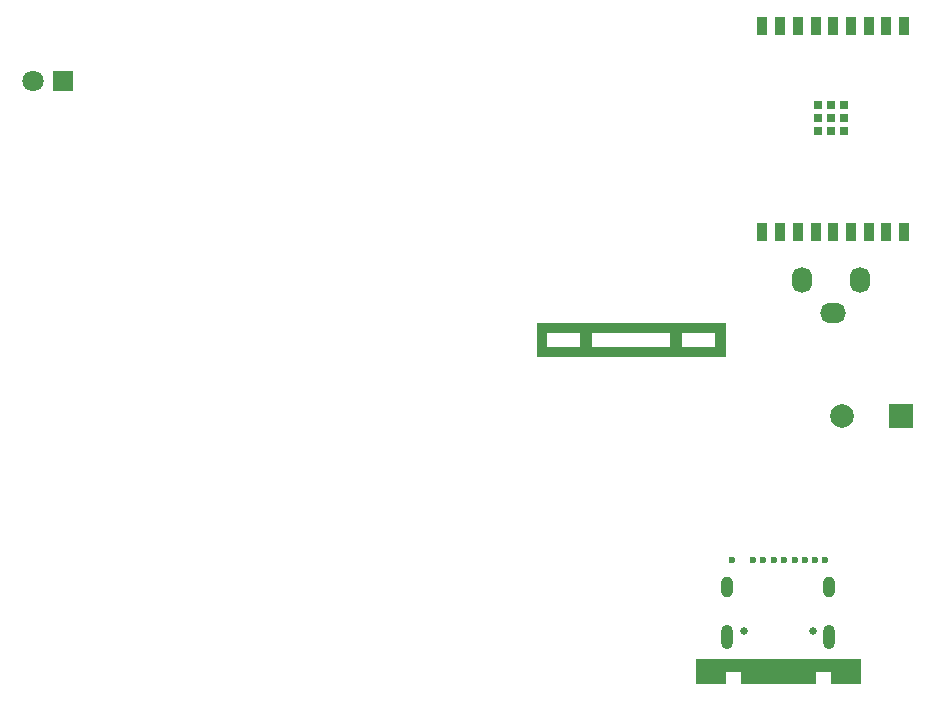
<source format=gbr>
%TF.GenerationSoftware,KiCad,Pcbnew,7.0.1*%
%TF.CreationDate,2023-07-22T19:51:59+09:00*%
%TF.ProjectId,gaming-clock,67616d69-6e67-42d6-936c-6f636b2e6b69,rev?*%
%TF.SameCoordinates,Original*%
%TF.FileFunction,Soldermask,Bot*%
%TF.FilePolarity,Negative*%
%FSLAX46Y46*%
G04 Gerber Fmt 4.6, Leading zero omitted, Abs format (unit mm)*
G04 Created by KiCad (PCBNEW 7.0.1) date 2023-07-22 19:51:59*
%MOMM*%
%LPD*%
G01*
G04 APERTURE LIST*
%ADD10C,0.600000*%
%ADD11C,0.100000*%
%ADD12O,1.000000X1.800000*%
%ADD13O,1.000000X2.100000*%
%ADD14C,0.650000*%
%ADD15R,1.800000X1.800000*%
%ADD16C,1.800000*%
%ADD17R,2.000000X2.000000*%
%ADD18C,2.000000*%
%ADD19O,2.200000X1.700000*%
%ADD20O,1.700000X2.200000*%
%ADD21R,0.900000X1.500000*%
%ADD22R,0.700000X0.700000*%
G04 APERTURE END LIST*
D10*
%TO.C,REF\u002A\u002A*%
X166878000Y-116967000D03*
D11*
X167767000Y-116967000D03*
D10*
X168656000Y-116967000D03*
X169545000Y-116967000D03*
X170434000Y-116967000D03*
X171323000Y-116967000D03*
X172212000Y-116967000D03*
X173101000Y-116967000D03*
X173944000Y-116967000D03*
X174752000Y-116967000D03*
%TD*%
D12*
%TO.C,J1*%
X166495000Y-119321000D03*
D13*
X166495000Y-123521000D03*
X175135000Y-123521000D03*
D12*
X175135000Y-119321000D03*
D14*
X167925000Y-123001000D03*
X173705000Y-123001000D03*
%TD*%
D15*
%TO.C,Q1*%
X110236000Y-76454000D03*
D16*
X107696000Y-76454000D03*
%TD*%
D17*
%TO.C,LS101*%
X181229000Y-104775000D03*
D18*
X176229000Y-104775000D03*
%TD*%
D19*
%TO.C,J2*%
X175439500Y-96076000D03*
D20*
X172839500Y-93276000D03*
X177739500Y-93276000D03*
%TD*%
D21*
%TO.C,U1*%
X181462000Y-89268000D03*
X179962000Y-89268000D03*
X178462000Y-89268000D03*
X176962000Y-89268000D03*
X175462000Y-89268000D03*
X173962000Y-89268000D03*
X172462000Y-89268000D03*
X170962000Y-89268000D03*
X169462000Y-89268000D03*
X169462000Y-71768000D03*
X170962000Y-71768000D03*
X172462000Y-71768000D03*
X173962000Y-71768000D03*
X175462000Y-71768000D03*
X176962000Y-71768000D03*
X178462000Y-71768000D03*
X179962000Y-71768000D03*
X181462000Y-71768000D03*
D22*
X174162000Y-80658000D03*
X175262000Y-80658000D03*
X176362000Y-80658000D03*
X174162000Y-79608000D03*
X175262000Y-79608000D03*
X176362000Y-79608000D03*
X174162000Y-78458000D03*
X175262000Y-78458000D03*
X176362000Y-78458000D03*
%TD*%
G36*
X177738000Y-125365613D02*
G01*
X177783387Y-125411000D01*
X177800000Y-125473000D01*
X177800000Y-127384000D01*
X177783387Y-127446000D01*
X177738000Y-127491387D01*
X177676000Y-127508000D01*
X175384000Y-127508000D01*
X175322000Y-127491387D01*
X175276613Y-127446000D01*
X175260000Y-127384000D01*
X175260000Y-126492000D01*
X173990000Y-126492000D01*
X173990000Y-127384000D01*
X173973387Y-127446000D01*
X173928000Y-127491387D01*
X173866000Y-127508000D01*
X167764000Y-127508000D01*
X167702000Y-127491387D01*
X167656613Y-127446000D01*
X167640000Y-127384000D01*
X167640000Y-126492000D01*
X166370000Y-126492000D01*
X166370000Y-127384000D01*
X166353387Y-127446000D01*
X166308000Y-127491387D01*
X166246000Y-127508000D01*
X163954000Y-127508000D01*
X163892000Y-127491387D01*
X163846613Y-127446000D01*
X163830000Y-127384000D01*
X163830000Y-125473000D01*
X163846613Y-125411000D01*
X163892000Y-125365613D01*
X163954000Y-125349000D01*
X177676000Y-125349000D01*
X177738000Y-125365613D01*
G37*
G36*
X166308000Y-96917613D02*
G01*
X166353387Y-96963000D01*
X166370000Y-97025000D01*
X166370000Y-99698000D01*
X166353387Y-99760000D01*
X166308000Y-99805387D01*
X166246000Y-99822000D01*
X150492000Y-99822000D01*
X150430000Y-99805387D01*
X150384613Y-99760000D01*
X150368000Y-99698000D01*
X150368000Y-97790000D01*
X151257000Y-97790000D01*
X151257000Y-98933000D01*
X154051000Y-98933000D01*
X154051000Y-97790000D01*
X155067000Y-97790000D01*
X155067000Y-98933000D01*
X161671000Y-98933000D01*
X161671000Y-97790000D01*
X162687000Y-97790000D01*
X162687000Y-98933000D01*
X165481000Y-98933000D01*
X165481000Y-97790000D01*
X162687000Y-97790000D01*
X161671000Y-97790000D01*
X155067000Y-97790000D01*
X154051000Y-97790000D01*
X151257000Y-97790000D01*
X150368000Y-97790000D01*
X150368000Y-97025000D01*
X150384613Y-96963000D01*
X150430000Y-96917613D01*
X150492000Y-96901000D01*
X166246000Y-96901000D01*
X166308000Y-96917613D01*
G37*
M02*

</source>
